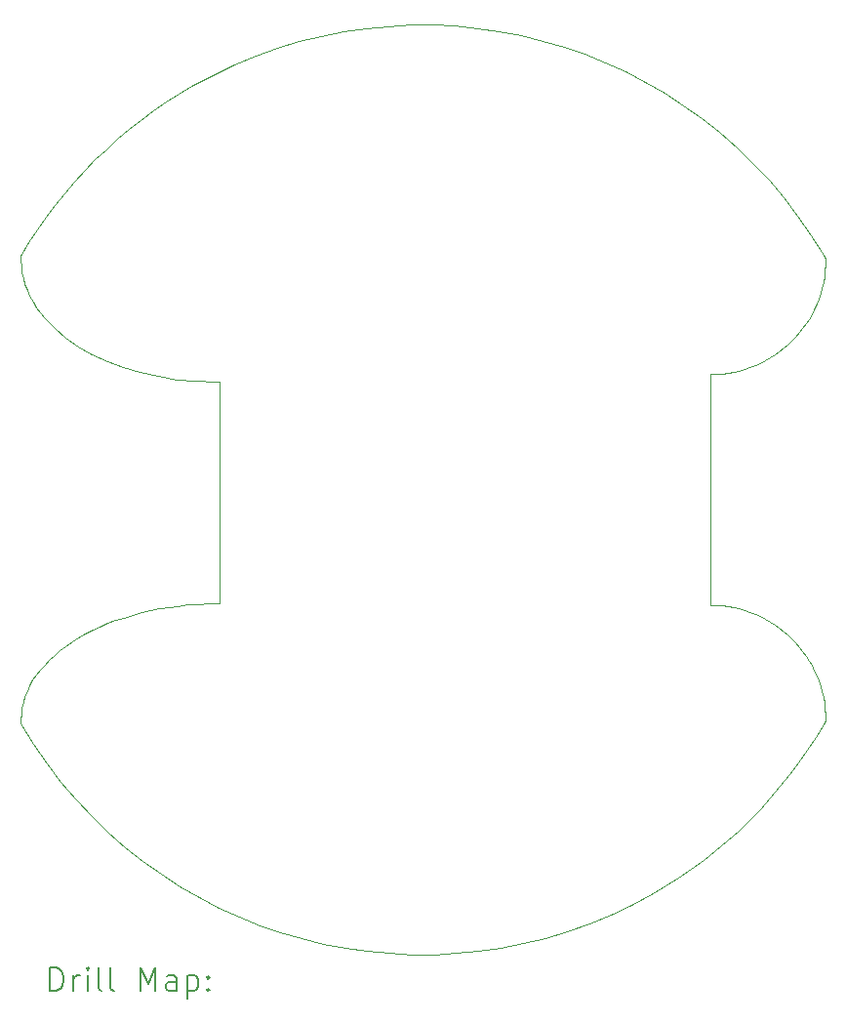
<source format=gbr>
%TF.GenerationSoftware,KiCad,Pcbnew,8.0.0*%
%TF.CreationDate,2024-04-10T23:53:37-03:00*%
%TF.ProjectId,sponsor_v1.0,73706f6e-736f-4725-9f76-312e302e6b69,rev?*%
%TF.SameCoordinates,Original*%
%TF.FileFunction,Drillmap*%
%TF.FilePolarity,Positive*%
%FSLAX45Y45*%
G04 Gerber Fmt 4.5, Leading zero omitted, Abs format (unit mm)*
G04 Created by KiCad (PCBNEW 8.0.0) date 2024-04-10 23:53:37*
%MOMM*%
%LPD*%
G01*
G04 APERTURE LIST*
%ADD10C,0.100000*%
%ADD11C,0.200000*%
G04 APERTURE END LIST*
D10*
X15630634Y-6474265D02*
X15822630Y-6492661D01*
X16013278Y-6520143D01*
X16202240Y-6556619D01*
X16389175Y-6601996D01*
X16573743Y-6656183D01*
X16755606Y-6719087D01*
X16934423Y-6790616D01*
X17109854Y-6870679D01*
X17281560Y-6959184D01*
X17449201Y-7056037D01*
X17612437Y-7161148D01*
X17770929Y-7274424D01*
X17924336Y-7395773D01*
X18072319Y-7525103D01*
X18214539Y-7662321D01*
X18350655Y-7807337D01*
X18480328Y-7960057D01*
X18603218Y-8120391D01*
X18718985Y-8288245D01*
X18827290Y-8463527D01*
X18845131Y-8495966D01*
X18843830Y-8547496D01*
X18839968Y-8598346D01*
X18833609Y-8648454D01*
X18824816Y-8697755D01*
X18813650Y-8746188D01*
X18800174Y-8793690D01*
X18784451Y-8840199D01*
X18766545Y-8885651D01*
X18746516Y-8929984D01*
X18724429Y-8973135D01*
X18700345Y-9015042D01*
X18674328Y-9055643D01*
X18646439Y-9094873D01*
X18616743Y-9132671D01*
X18585301Y-9168974D01*
X18552176Y-9203720D01*
X18517430Y-9236845D01*
X18481127Y-9268287D01*
X18443329Y-9297984D01*
X18404098Y-9325872D01*
X18363498Y-9351889D01*
X18321591Y-9375973D01*
X18278440Y-9398060D01*
X18234106Y-9418089D01*
X18188654Y-9435996D01*
X18142146Y-9451718D01*
X18094644Y-9465194D01*
X18046210Y-9476360D01*
X17996909Y-9485154D01*
X17946802Y-9491512D01*
X17895951Y-9495374D01*
X17844421Y-9496675D01*
X17844421Y-11496472D01*
X17895951Y-11497773D01*
X17946802Y-11501634D01*
X17996909Y-11507993D01*
X18046210Y-11516787D01*
X18094644Y-11527953D01*
X18142146Y-11541429D01*
X18188654Y-11557151D01*
X18234106Y-11575058D01*
X18278440Y-11595087D01*
X18321591Y-11617174D01*
X18363498Y-11641258D01*
X18404098Y-11667275D01*
X18443329Y-11695163D01*
X18481127Y-11724860D01*
X18517430Y-11756302D01*
X18552176Y-11789427D01*
X18585301Y-11824173D01*
X18616743Y-11860476D01*
X18646439Y-11898274D01*
X18674328Y-11937504D01*
X18700345Y-11978105D01*
X18724429Y-12020012D01*
X18746516Y-12063163D01*
X18766545Y-12107496D01*
X18784451Y-12152948D01*
X18800174Y-12199457D01*
X18813650Y-12246959D01*
X18824816Y-12295392D01*
X18833609Y-12344694D01*
X18839968Y-12394801D01*
X18843830Y-12445652D01*
X18845131Y-12497182D01*
X18827290Y-12529620D01*
X18758593Y-12642753D01*
X18686362Y-12753410D01*
X18610672Y-12861511D01*
X18531598Y-12966974D01*
X18449217Y-13069720D01*
X18363605Y-13169667D01*
X18274838Y-13266734D01*
X18182991Y-13360841D01*
X18088142Y-13451908D01*
X17990366Y-13539852D01*
X17889739Y-13624594D01*
X17786336Y-13706052D01*
X17680235Y-13784146D01*
X17571511Y-13858795D01*
X17460240Y-13929919D01*
X17346498Y-13997436D01*
X17164690Y-14095102D01*
X16980162Y-14182587D01*
X16793252Y-14259983D01*
X16604301Y-14327380D01*
X16413647Y-14384872D01*
X16221630Y-14432550D01*
X16028590Y-14470505D01*
X15834866Y-14498829D01*
X15640798Y-14517615D01*
X15446725Y-14526953D01*
X15252985Y-14526936D01*
X15059920Y-14517655D01*
X14867868Y-14499203D01*
X14677169Y-14471670D01*
X14488162Y-14435149D01*
X14301187Y-14389731D01*
X14116582Y-14335509D01*
X13934689Y-14272573D01*
X13755845Y-14201017D01*
X13580390Y-14120930D01*
X13408665Y-14032406D01*
X13241007Y-13935537D01*
X13077758Y-13830412D01*
X12919256Y-13717126D01*
X12765840Y-13595769D01*
X12617850Y-13466432D01*
X12475626Y-13329209D01*
X12339507Y-13184190D01*
X12209832Y-13031468D01*
X12086942Y-12871134D01*
X11971174Y-12703280D01*
X11862870Y-12527997D01*
X11862870Y-12492316D01*
X11865094Y-12440476D01*
X11871697Y-12389309D01*
X11882571Y-12338878D01*
X11897607Y-12289246D01*
X11916699Y-12240478D01*
X11939739Y-12192638D01*
X11966620Y-12145788D01*
X11997233Y-12099994D01*
X12031472Y-12055319D01*
X12069229Y-12011827D01*
X12110397Y-11969582D01*
X12154868Y-11928647D01*
X12202534Y-11889086D01*
X12253288Y-11850964D01*
X12307022Y-11814344D01*
X12363629Y-11779290D01*
X12423002Y-11745865D01*
X12485033Y-11714135D01*
X12549615Y-11684161D01*
X12616639Y-11656010D01*
X12685998Y-11629743D01*
X12757586Y-11605426D01*
X12831294Y-11583121D01*
X12907015Y-11562893D01*
X12984642Y-11544806D01*
X13064066Y-11528923D01*
X13145181Y-11515309D01*
X13227878Y-11504027D01*
X13312051Y-11495140D01*
X13397592Y-11488714D01*
X13484393Y-11484811D01*
X13572347Y-11483496D01*
X13587040Y-11483642D01*
X13586178Y-9561618D01*
X13556128Y-9561551D01*
X13383177Y-9556089D01*
X13215220Y-9540061D01*
X13053107Y-9513996D01*
X12897689Y-9478428D01*
X12749817Y-9433890D01*
X12610341Y-9380912D01*
X12480112Y-9320028D01*
X12359980Y-9251769D01*
X12250796Y-9176667D01*
X12153410Y-9095256D01*
X12068673Y-9008066D01*
X12031314Y-8962471D01*
X11997435Y-8915631D01*
X11967145Y-8867612D01*
X11940548Y-8818481D01*
X11917751Y-8768306D01*
X11898861Y-8717151D01*
X11883983Y-8665084D01*
X11873225Y-8612171D01*
X11866692Y-8558479D01*
X11864491Y-8504074D01*
X11862870Y-8465149D01*
X11931566Y-8351748D01*
X12003800Y-8240890D01*
X12079498Y-8132645D01*
X12158587Y-8027085D01*
X12240992Y-7924281D01*
X12326640Y-7824304D01*
X12415457Y-7727225D01*
X12507370Y-7633117D01*
X12602305Y-7542049D01*
X12700189Y-7454093D01*
X12800947Y-7369322D01*
X12904506Y-7287805D01*
X13010793Y-7209614D01*
X13119734Y-7134821D01*
X13231255Y-7063496D01*
X13345282Y-6995711D01*
X13526942Y-6897897D01*
X13711333Y-6810274D01*
X13898113Y-6732749D01*
X14086944Y-6665231D01*
X14277486Y-6607627D01*
X14469398Y-6559845D01*
X14662342Y-6521793D01*
X14855976Y-6493380D01*
X15049963Y-6474512D01*
X15243961Y-6465099D01*
X15437631Y-6465047D01*
X15630634Y-6474265D01*
D11*
X12118646Y-14843437D02*
X12118646Y-14643437D01*
X12118646Y-14643437D02*
X12166265Y-14643437D01*
X12166265Y-14643437D02*
X12194837Y-14652961D01*
X12194837Y-14652961D02*
X12213884Y-14672008D01*
X12213884Y-14672008D02*
X12223408Y-14691056D01*
X12223408Y-14691056D02*
X12232932Y-14729151D01*
X12232932Y-14729151D02*
X12232932Y-14757722D01*
X12232932Y-14757722D02*
X12223408Y-14795818D01*
X12223408Y-14795818D02*
X12213884Y-14814865D01*
X12213884Y-14814865D02*
X12194837Y-14833913D01*
X12194837Y-14833913D02*
X12166265Y-14843437D01*
X12166265Y-14843437D02*
X12118646Y-14843437D01*
X12318646Y-14843437D02*
X12318646Y-14710103D01*
X12318646Y-14748199D02*
X12328170Y-14729151D01*
X12328170Y-14729151D02*
X12337694Y-14719627D01*
X12337694Y-14719627D02*
X12356742Y-14710103D01*
X12356742Y-14710103D02*
X12375789Y-14710103D01*
X12442456Y-14843437D02*
X12442456Y-14710103D01*
X12442456Y-14643437D02*
X12432932Y-14652961D01*
X12432932Y-14652961D02*
X12442456Y-14662484D01*
X12442456Y-14662484D02*
X12451980Y-14652961D01*
X12451980Y-14652961D02*
X12442456Y-14643437D01*
X12442456Y-14643437D02*
X12442456Y-14662484D01*
X12566265Y-14843437D02*
X12547218Y-14833913D01*
X12547218Y-14833913D02*
X12537694Y-14814865D01*
X12537694Y-14814865D02*
X12537694Y-14643437D01*
X12671027Y-14843437D02*
X12651980Y-14833913D01*
X12651980Y-14833913D02*
X12642456Y-14814865D01*
X12642456Y-14814865D02*
X12642456Y-14643437D01*
X12899599Y-14843437D02*
X12899599Y-14643437D01*
X12899599Y-14643437D02*
X12966265Y-14786294D01*
X12966265Y-14786294D02*
X13032932Y-14643437D01*
X13032932Y-14643437D02*
X13032932Y-14843437D01*
X13213884Y-14843437D02*
X13213884Y-14738675D01*
X13213884Y-14738675D02*
X13204361Y-14719627D01*
X13204361Y-14719627D02*
X13185313Y-14710103D01*
X13185313Y-14710103D02*
X13147218Y-14710103D01*
X13147218Y-14710103D02*
X13128170Y-14719627D01*
X13213884Y-14833913D02*
X13194837Y-14843437D01*
X13194837Y-14843437D02*
X13147218Y-14843437D01*
X13147218Y-14843437D02*
X13128170Y-14833913D01*
X13128170Y-14833913D02*
X13118646Y-14814865D01*
X13118646Y-14814865D02*
X13118646Y-14795818D01*
X13118646Y-14795818D02*
X13128170Y-14776770D01*
X13128170Y-14776770D02*
X13147218Y-14767246D01*
X13147218Y-14767246D02*
X13194837Y-14767246D01*
X13194837Y-14767246D02*
X13213884Y-14757722D01*
X13309123Y-14710103D02*
X13309123Y-14910103D01*
X13309123Y-14719627D02*
X13328170Y-14710103D01*
X13328170Y-14710103D02*
X13366265Y-14710103D01*
X13366265Y-14710103D02*
X13385313Y-14719627D01*
X13385313Y-14719627D02*
X13394837Y-14729151D01*
X13394837Y-14729151D02*
X13404361Y-14748199D01*
X13404361Y-14748199D02*
X13404361Y-14805341D01*
X13404361Y-14805341D02*
X13394837Y-14824389D01*
X13394837Y-14824389D02*
X13385313Y-14833913D01*
X13385313Y-14833913D02*
X13366265Y-14843437D01*
X13366265Y-14843437D02*
X13328170Y-14843437D01*
X13328170Y-14843437D02*
X13309123Y-14833913D01*
X13490075Y-14824389D02*
X13499599Y-14833913D01*
X13499599Y-14833913D02*
X13490075Y-14843437D01*
X13490075Y-14843437D02*
X13480551Y-14833913D01*
X13480551Y-14833913D02*
X13490075Y-14824389D01*
X13490075Y-14824389D02*
X13490075Y-14843437D01*
X13490075Y-14719627D02*
X13499599Y-14729151D01*
X13499599Y-14729151D02*
X13490075Y-14738675D01*
X13490075Y-14738675D02*
X13480551Y-14729151D01*
X13480551Y-14729151D02*
X13490075Y-14719627D01*
X13490075Y-14719627D02*
X13490075Y-14738675D01*
M02*

</source>
